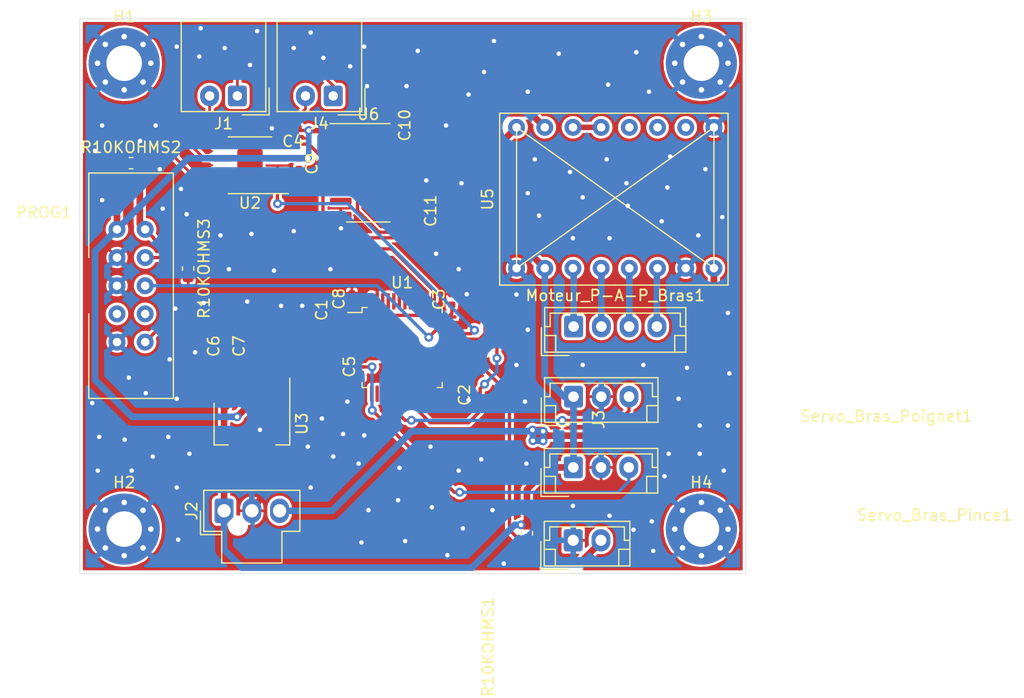
<source format=kicad_pcb>
(kicad_pcb (version 20171130) (host pcbnew "(5.1.6)-1")
  (layers (0 F.Cu signal) (31 B.Cu signal) (34 B.Paste user) (35 F.Paste user) (36 B.SilkS user) (37 F.SilkS user) (38 B.Mask user) (39 F.Mask user) (44 Edge.Cuts user))
  (net 0 "")
  (net 1 GND)
  (net 2 +3V3)
  (net 3 +5V)
  (net 4 +12V)
  (net 5 Fin_De_Course_Bras)
  (net 6 SWO)
  (net 7 NRST)
  (net 8 SWDIO)
  (net 9 SWCLK)
  (net 10 M1B_Bras)
  (net 11 M1A_Bras)
  (net 12 M2A_Bras)
  (net 13 M2B_Bras)
  (net 14 PWM_Pince_Bras)
  (net 15 PWM_Poignet_Bras)
  (net 16 "Net-(U1-Pad46)")
  (net 17 "Net-(U1-Pad45)")
  (net 18 "Net-(U1-Pad44)")
  (net 19 "Net-(U1-Pad43)")
  (net 20 "Net-(U1-Pad42)")
  (net 21 "Net-(U1-Pad41)")
  (net 22 "Net-(U1-Pad40)")
  (net 23 "Net-(U1-Pad39)")
  (net 24 CAN_TX)
  (net 25 CAN_RX)
  (net 26 "Net-(U1-Pad31)")
  (net 27 "Net-(U1-Pad30)")
  (net 28 STEP_Moteur_P-A-P_Bras)
  (net 29 "Net-(U1-Pad28)")
  (net 30 "Net-(U1-Pad26)")
  (net 31 "Net-(U1-Pad25)")
  (net 32 "Net-(U1-Pad22)")
  (net 33 "Net-(U1-Pad21)")
  (net 34 DIR_Moteur_P-A-P_Bras)
  (net 35 "Net-(U1-Pad19)")
  (net 36 "Net-(U1-Pad18)")
  (net 37 "Net-(U1-Pad17)")
  (net 38 "Net-(U1-Pad15)")
  (net 39 "Net-(U1-Pad14)")
  (net 40 "Net-(U1-Pad11)")
  (net 41 "Net-(U1-Pad6)")
  (net 42 "Net-(U1-Pad5)")
  (net 43 "Net-(U1-Pad4)")
  (net 44 "Net-(U1-Pad3)")
  (net 45 "Net-(U1-Pad2)")
  (net 46 "Net-(U2-Pad8)")
  (net 47 "Net-(U2-Pad5)")
  (net 48 H2)
  (net 49 CLK)
  (net 50 "Net-(U5-Pad13)")
  (net 51 "Net-(U5-Pad14)")
  (net 52 "Net-(U5-Pad15)")
  (net 53 H6)
  (net 54 "Net-(U6-Pad11)")
  (net 55 "Net-(U6-Pad10)")
  (net 56 "Net-(U6-Pad9)")
  (net 57 "Net-(U6-Pad6)")
  (net 58 "Net-(U6-Pad5)")
  (net 59 "Net-(U6-Pad4)")
  (net 60 "Net-(PROG1-Pad8)")
  (net 61 "Net-(PROG1-Pad7)")
  (net 62 "Net-(C1-Pad1)")
  (net 63 "Net-(U1-Pad13)")
  (net 64 "Net-(U1-Pad12)")
  (net 65 CAN_H)
  (net 66 CAN_L)
  (module Empreintes:TMC2208 (layer F.Cu) (at 69.35 107.48 90)
    (fp_text reference U5 (at 6.218 -2.616 90) (layer F.SilkS))
    (fp_text value TMC2208)
    (pad 1 thru_hole circle (at 0 0 90) (size 1.524 1.524) (drill 0.762) (layers *.Cu *.Mask) (net 1 GND))
    (pad 2 thru_hole circle (at 0 2.54 90) (size 1.524 1.524) (drill 0.762) (layers *.Cu *.Mask) (net 3 +5V))
    (pad 3 thru_hole circle (at 0 5.08 90) (size 1.524 1.524) (drill 0.762) (layers *.Cu *.Mask) (net 13 M2B_Bras))
    (pad 4 thru_hole circle (at 0 7.62 90) (size 1.524 1.524) (drill 0.762) (layers *.Cu *.Mask) (net 12 M2A_Bras))
    (pad 5 thru_hole circle (at 0 10.16 90) (size 1.524 1.524) (drill 0.762) (layers *.Cu *.Mask) (net 11 M1A_Bras))
    (pad 6 thru_hole circle (at 0 12.7 90) (size 1.524 1.524) (drill 0.762) (layers *.Cu *.Mask) (net 10 M1B_Bras))
    (pad 7 thru_hole circle (at 0 15.24 90) (size 1.524 1.524) (drill 0.762) (layers *.Cu *.Mask) (net 1 GND))
    (pad 8 thru_hole circle (at 0 17.78 90) (size 1.524 1.524) (drill 0.762) (layers *.Cu *.Mask) (net 4 +12V))
    (pad 9 thru_hole circle (at 12.7 2.54 90) (size 1.524 1.524) (drill 0.762) (layers *.Cu *.Mask) (net 48 H2))
    (pad 11 thru_hole circle (at 12.7 5.08 90) (size 1.524 1.524) (drill 0.762) (layers *.Cu *.Mask) (net 49 CLK))
    (pad 12 thru_hole circle (at 12.7 7.62 90) (size 1.524 1.524) (drill 0.762) (layers *.Cu *.Mask) (net 49 CLK))
    (pad 13 thru_hole circle (at 12.7 10.16 90) (size 1.524 1.524) (drill 0.762) (layers *.Cu *.Mask) (net 50 "Net-(U5-Pad13)"))
    (pad 14 thru_hole circle (at 12.7 12.7 90) (size 1.524 1.524) (drill 0.762) (layers *.Cu *.Mask) (net 51 "Net-(U5-Pad14)"))
    (pad 15 thru_hole circle (at 12.7 15.24 90) (size 1.524 1.524) (drill 0.762) (layers *.Cu *.Mask) (net 52 "Net-(U5-Pad15)"))
    (pad 16 thru_hole circle (at 12.7 17.78 90) (size 1.524 1.524) (drill 0.762) (layers *.Cu *.Mask) (net 1 GND))
    (pad 10 thru_hole circle (at 12.7 0 90) (size 1.524 1.524) (drill 0.762) (layers *.Cu *.Mask) (net 53 H6))
  )
  (module Connector_Molex:Molex_SPOX_5268-02A_1x02_P2.50mm_Horizontal (layer F.Cu) (at 44.196 91.948 180)
    (fp_text reference J1 (at 1.25 -2.5) (layer F.SilkS))
    (fp_text value Bus_CAN)
    (pad 2 thru_hole oval (at 2.5 0 180) (size 1.7 1.85) (drill 0.85) (layers *.Cu *.Mask) (net 66 CAN_L))
    (pad 1 thru_hole roundrect (at 0 0 180) (size 1.7 1.85) (drill 0.85) (layers *.Cu *.Mask) (roundrect_rratio 0.147059) (net 65 CAN_H))
  )
  (module Connector_Molex:Molex_SPOX_5268-02A_1x02_P2.50mm_Horizontal (layer F.Cu) (at 52.832 91.948 180)
    (fp_text reference J4 (at 1.25 -2.5) (layer F.SilkS))
    (fp_text value Bus_CAN)
    (pad 2 thru_hole oval (at 2.5 0 180) (size 1.7 1.85) (drill 0.85) (layers *.Cu *.Mask) (net 66 CAN_L))
    (pad 1 thru_hole roundrect (at 0 0 180) (size 1.7 1.85) (drill 0.85) (layers *.Cu *.Mask) (roundrect_rratio 0.147059) (net 65 CAN_H))
  )
  (module Resistor_SMD:R_0603_1608Metric (layer F.Cu) (at 39.76 107.51 270)
    (fp_text reference R10KOHMS3 (at 0 -1.43 90) (layer F.SilkS))
    (fp_text value R_Small)
    (pad 2 smd roundrect (at 0.7875 0 270) (size 0.875 0.95) (layers F.Cu F.Paste F.Mask) (net 1 GND))
    (pad 1 smd roundrect (at -0.7875 0 270) (size 0.875 0.95) (layers F.Cu F.Paste F.Mask) (net 9 SWCLK))
  )
  (module Resistor_SMD:R_0603_1608Metric (layer F.Cu) (at 34.62 98.01)
    (fp_text reference R10KOHMS2 (at 0 -1.43) (layer F.SilkS))
    (fp_text value R_Small)
    (pad 2 smd roundrect (at 0.7875 0) (size 0.875 0.95) (layers F.Cu F.Paste F.Mask) (net 8 SWDIO))
    (pad 1 smd roundrect (at -0.7875 0) (size 0.875 0.95) (layers F.Cu F.Paste F.Mask) (net 2 +3V3))
  )
  (module Connector_JST:JST_EH_B3B-EH-A_1x03_P2.50mm_Vertical (layer F.Cu) (at 74.48 119.06)
    (fp_text reference Servo_Bras_Poignet1 (at 28.18 1.76) (layer F.SilkS))
    (fp_text value Conn_01x03_Female)
    (pad 3 thru_hole oval (at 5 0) (size 1.7 1.95) (drill 0.95) (layers *.Cu *.Mask) (net 15 PWM_Poignet_Bras))
    (pad 2 thru_hole oval (at 2.5 0) (size 1.7 1.95) (drill 0.95) (layers *.Cu *.Mask) (net 1 GND))
    (pad 1 thru_hole roundrect (at 0 0) (size 1.7 1.95) (drill 0.95) (layers *.Cu *.Mask) (roundrect_rratio 0.147059) (net 3 +5V))
  )
  (module Connector_JST:JST_EH_B3B-EH-A_1x03_P2.50mm_Vertical (layer F.Cu) (at 74.46 125.44)
    (fp_text reference Servo_Bras_Pince1 (at 32.55 4.3) (layer F.SilkS))
    (fp_text value Conn_01x03_Female)
    (pad 3 thru_hole oval (at 5 0) (size 1.7 1.95) (drill 0.95) (layers *.Cu *.Mask) (net 14 PWM_Pince_Bras))
    (pad 2 thru_hole oval (at 2.5 0) (size 1.7 1.95) (drill 0.95) (layers *.Cu *.Mask) (net 1 GND))
    (pad 1 thru_hole roundrect (at 0 0) (size 1.7 1.95) (drill 0.95) (layers *.Cu *.Mask) (roundrect_rratio 0.147059) (net 3 +5V))
  )
  (module Connector_JST:JST_EH_B4B-EH-A_1x04_P2.50mm_Vertical (layer F.Cu) (at 74.49 112.74)
    (fp_text reference Moteur_P-A-P_Bras1 (at 3.75 -2.8) (layer F.SilkS))
    (fp_text value Conn_01x04_Female)
    (pad 4 thru_hole oval (at 7.5 0) (size 1.7 1.95) (drill 0.95) (layers *.Cu *.Mask) (net 10 M1B_Bras))
    (pad 3 thru_hole oval (at 5 0) (size 1.7 1.95) (drill 0.95) (layers *.Cu *.Mask) (net 11 M1A_Bras))
    (pad 2 thru_hole oval (at 2.5 0) (size 1.7 1.95) (drill 0.95) (layers *.Cu *.Mask) (net 12 M2A_Bras))
    (pad 1 thru_hole roundrect (at 0 0) (size 1.7 1.95) (drill 0.95) (layers *.Cu *.Mask) (roundrect_rratio 0.147059) (net 13 M2B_Bras))
  )
  (module Connector_Molex:Molex_Nano-Fit_105309-xx03_1x03_P2.50mm_Vertical (layer F.Cu) (at 43 129.35 90)
    (fp_text reference J2 (at 0 -2.92 90) (layer F.SilkS))
    (fp_text value Conn_Alim)
    (pad "" np_thru_hole circle (at -1.34 1.25 90) (size 1.3 1.3) (drill 1.3) (layers *.Cu *.Mask))
    (pad 3 thru_hole oval (at 0 5 90) (size 2.2 1.7) (drill 1.2) (layers *.Cu *.Mask) (net 4 +12V))
    (pad 2 thru_hole oval (at 0 2.5 90) (size 2.2 1.7) (drill 1.2) (layers *.Cu *.Mask) (net 1 GND))
    (pad 1 thru_hole custom (at 0 0 90) (size 1.417157 1.417157) (drill 1.2) (layers *.Cu *.Mask) (net 3 +5V) (options (clearance outline) (anchor circle)) (primitives (gr_poly (pts (xy -0.85 -0.6) (xy 0.85 -0.6) (xy 0.85 0.6) (xy -0.45 0.6) (xy -0.85 0.2)) (width 0.5))))
  )
  (module Resistor_SMD:R_0603_1608Metric (layer F.Cu) (at 70.28 131.39 90)
    (fp_text reference R10KOHMS1 (at -10.22 -3.5 90) (layer F.SilkS))
    (fp_text value R_Small)
    (pad 2 smd roundrect (at 0.7875 0 90) (size 0.875 0.95) (layers F.Cu F.Paste F.Mask) (net 3 +5V))
    (pad 1 smd roundrect (at -0.7875 0 90) (size 0.875 0.95) (layers F.Cu F.Paste F.Mask) (net 5 Fin_De_Course_Bras))
  )
  (module Capacitor_SMD:C_0402_1005Metric (layer F.Cu) (at 60.44 102.305 270)
    (fp_text reference C11 (at 0 -1.17 90) (layer F.SilkS))
    (fp_text value "10 nF")
    (pad 2 smd roundrect (at 0.485 0 270) (size 0.59 0.64) (layers F.Cu F.Paste F.Mask) (net 3 +5V))
    (pad 1 smd roundrect (at -0.485 0 270) (size 0.59 0.64) (layers F.Cu F.Paste F.Mask) (net 1 GND))
  )
  (module Capacitor_SMD:C_0402_1005Metric (layer F.Cu) (at 60.44 94.59 90)
    (fp_text reference C10 (at 0 -1.17 90) (layer F.SilkS))
    (fp_text value "10 nF")
    (pad 2 smd roundrect (at 0.485 0 90) (size 0.59 0.64) (layers F.Cu F.Paste F.Mask) (net 1 GND))
    (pad 1 smd roundrect (at -0.485 0 90) (size 0.59 0.64) (layers F.Cu F.Paste F.Mask) (net 3 +5V))
  )
  (module Capacitor_SMD:C_0402_1005Metric (layer F.Cu) (at 49.74 98.06 270)
    (fp_text reference C9 (at 0 -1.17 90) (layer F.SilkS))
    (fp_text value "10 nF")
    (pad 2 smd roundrect (at 0.485 0 270) (size 0.59 0.64) (layers F.Cu F.Paste F.Mask) (net 1 GND))
    (pad 1 smd roundrect (at -0.485 0 270) (size 0.59 0.64) (layers F.Cu F.Paste F.Mask) (net 2 +3V3))
  )
  (module Capacitor_SMD:C_0402_1005Metric (layer F.Cu) (at 54.51 110.24 90)
    (fp_text reference C8 (at 0 -1.17 90) (layer F.SilkS))
    (fp_text value "10 nF")
    (pad 2 smd roundrect (at 0.485 0 90) (size 0.59 0.64) (layers F.Cu F.Paste F.Mask) (net 1 GND))
    (pad 1 smd roundrect (at -0.485 0 90) (size 0.59 0.64) (layers F.Cu F.Paste F.Mask) (net 2 +3V3))
  )
  (module Capacitor_SMD:C_0402_1005Metric (layer F.Cu) (at 45.51 114.5 90)
    (fp_text reference C7 (at 0 -1.17 90) (layer F.SilkS))
    (fp_text value 22µF)
    (pad 2 smd roundrect (at 0.485 0 90) (size 0.59 0.64) (layers F.Cu F.Paste F.Mask) (net 1 GND))
    (pad 1 smd roundrect (at -0.485 0 90) (size 0.59 0.64) (layers F.Cu F.Paste F.Mask) (net 2 +3V3))
  )
  (module Capacitor_SMD:C_0402_1005Metric (layer F.Cu) (at 43.23 114.51 90)
    (fp_text reference C6 (at 0 -1.17 90) (layer F.SilkS))
    (fp_text value 22µF)
    (pad 2 smd roundrect (at 0.485 0 90) (size 0.59 0.64) (layers F.Cu F.Paste F.Mask) (net 1 GND))
    (pad 1 smd roundrect (at -0.485 0 90) (size 0.59 0.64) (layers F.Cu F.Paste F.Mask) (net 3 +5V))
  )
  (module Capacitor_SMD:C_0402_1005Metric (layer F.Cu) (at 53.11 116.36 270)
    (fp_text reference C5 (at 0 -1.17 90) (layer F.SilkS))
    (fp_text value "10 nF")
    (pad 2 smd roundrect (at 0.485 0 270) (size 0.59 0.64) (layers F.Cu F.Paste F.Mask) (net 1 GND))
    (pad 1 smd roundrect (at -0.485 0 270) (size 0.59 0.64) (layers F.Cu F.Paste F.Mask) (net 2 +3V3))
  )
  (module Capacitor_SMD:C_0402_1005Metric (layer F.Cu) (at 49.2125 94.869 180)
    (fp_text reference C4 (at 0 -1.17) (layer F.SilkS))
    (fp_text value "10 nF")
    (pad 2 smd roundrect (at 0.485 0 180) (size 0.59 0.64) (layers F.Cu F.Paste F.Mask) (net 1 GND))
    (pad 1 smd roundrect (at -0.485 0 180) (size 0.59 0.64) (layers F.Cu F.Paste F.Mask) (net 2 +3V3))
  )
  (module Capacitor_SMD:C_0402_1005Metric (layer F.Cu) (at 63.52 110.29 90)
    (fp_text reference C3 (at 0 -1.17 90) (layer F.SilkS))
    (fp_text value "10 nF")
    (pad 2 smd roundrect (at 0.485 0 90) (size 0.59 0.64) (layers F.Cu F.Paste F.Mask) (net 1 GND))
    (pad 1 smd roundrect (at -0.485 0 90) (size 0.59 0.64) (layers F.Cu F.Paste F.Mask) (net 2 +3V3))
  )
  (module Capacitor_SMD:C_0402_1005Metric (layer F.Cu) (at 63.48 118.91 270)
    (fp_text reference C2 (at 0 -1.17 90) (layer F.SilkS))
    (fp_text value "10 nF")
    (pad 2 smd roundrect (at 0.485 0 270) (size 0.59 0.64) (layers F.Cu F.Paste F.Mask) (net 1 GND))
    (pad 1 smd roundrect (at -0.485 0 270) (size 0.59 0.64) (layers F.Cu F.Paste F.Mask) (net 2 +3V3))
  )
  (module Capacitor_SMD:C_0402_1005Metric (layer F.Cu) (at 52.959 111.252 90)
    (fp_text reference C1 (at 0 -1.17 90) (layer F.SilkS))
    (fp_text value "10 nF")
    (pad 2 smd roundrect (at 0.485 0 90) (size 0.59 0.64) (layers F.Cu F.Paste F.Mask) (net 1 GND))
    (pad 1 smd roundrect (at -0.485 0 90) (size 0.59 0.64) (layers F.Cu F.Paste F.Mask) (net 62 "Net-(C1-Pad1)"))
  )
  (module MountingHole:MountingHole_3.2mm_M3_Pad_Via (layer F.Cu) (at 86 131)
    (fp_text reference H4 (at 0 -4.2) (layer F.SilkS))
    (fp_text value MountingHole_Pad)
    (pad 1 thru_hole circle (at 1.697056 -1.697056) (size 0.8 0.8) (drill 0.5) (layers *.Cu *.Mask) (net 1 GND))
    (pad 1 thru_hole circle (at 0 -2.4) (size 0.8 0.8) (drill 0.5) (layers *.Cu *.Mask) (net 1 GND))
    (pad 1 thru_hole circle (at -1.697056 -1.697056) (size 0.8 0.8) (drill 0.5) (layers *.Cu *.Mask) (net 1 GND))
    (pad 1 thru_hole circle (at -2.4 0) (size 0.8 0.8) (drill 0.5) (layers *.Cu *.Mask) (net 1 GND))
    (pad 1 thru_hole circle (at -1.697056 1.697056) (size 0.8 0.8) (drill 0.5) (layers *.Cu *.Mask) (net 1 GND))
    (pad 1 thru_hole circle (at 0 2.4) (size 0.8 0.8) (drill 0.5) (layers *.Cu *.Mask) (net 1 GND))
    (pad 1 thru_hole circle (at 1.697056 1.697056) (size 0.8 0.8) (drill 0.5) (layers *.Cu *.Mask) (net 1 GND))
    (pad 1 thru_hole circle (at 2.4 0) (size 0.8 0.8) (drill 0.5) (layers *.Cu *.Mask) (net 1 GND))
    (pad 1 thru_hole circle (at 0 0) (size 6.4 6.4) (drill 3.2) (layers *.Cu *.Mask) (net 1 GND))
  )
  (module MountingHole:MountingHole_3.2mm_M3_Pad_Via (layer F.Cu) (at 86 89)
    (fp_text reference H3 (at 0 -4.2) (layer F.SilkS))
    (fp_text value MountingHole_Pad)
    (pad 1 thru_hole circle (at 1.697056 -1.697056) (size 0.8 0.8) (drill 0.5) (layers *.Cu *.Mask) (net 1 GND))
    (pad 1 thru_hole circle (at 0 -2.4) (size 0.8 0.8) (drill 0.5) (layers *.Cu *.Mask) (net 1 GND))
    (pad 1 thru_hole circle (at -1.697056 -1.697056) (size 0.8 0.8) (drill 0.5) (layers *.Cu *.Mask) (net 1 GND))
    (pad 1 thru_hole circle (at -2.4 0) (size 0.8 0.8) (drill 0.5) (layers *.Cu *.Mask) (net 1 GND))
    (pad 1 thru_hole circle (at -1.697056 1.697056) (size 0.8 0.8) (drill 0.5) (layers *.Cu *.Mask) (net 1 GND))
    (pad 1 thru_hole circle (at 0 2.4) (size 0.8 0.8) (drill 0.5) (layers *.Cu *.Mask) (net 1 GND))
    (pad 1 thru_hole circle (at 1.697056 1.697056) (size 0.8 0.8) (drill 0.5) (layers *.Cu *.Mask) (net 1 GND))
    (pad 1 thru_hole circle (at 2.4 0) (size 0.8 0.8) (drill 0.5) (layers *.Cu *.Mask) (net 1 GND))
    (pad 1 thru_hole circle (at 0 0) (size 6.4 6.4) (drill 3.2) (layers *.Cu *.Mask) (net 1 GND))
  )
  (module Connecteurs:JTAG10 (layer F.Cu) (at 33.35 103.98)
    (fp_text reference PROG1 (at -6.604 -1.524) (layer F.SilkS))
    (fp_text value STM32_SW)
    (pad 10 thru_hole circle (at 2.54 10.16) (size 1.524 1.524) (drill 0.762) (layers *.Cu *.Mask) (net 7 NRST))
    (pad 9 thru_hole circle (at 0 10.16) (size 1.524 1.524) (drill 0.762) (layers *.Cu *.Mask) (net 1 GND))
    (pad 8 thru_hole circle (at 2.54 7.62) (size 1.524 1.524) (drill 0.762) (layers *.Cu *.Mask) (net 60 "Net-(PROG1-Pad8)"))
    (pad 7 thru_hole circle (at 0 7.62) (size 1.524 1.524) (drill 0.762) (layers *.Cu *.Mask) (net 61 "Net-(PROG1-Pad7)"))
    (pad 6 thru_hole circle (at 2.54 5.08) (size 1.524 1.524) (drill 0.762) (layers *.Cu *.Mask) (net 6 SWO))
    (pad 5 thru_hole circle (at 0 5.08) (size 1.524 1.524) (drill 0.762) (layers *.Cu *.Mask) (net 1 GND))
    (pad 4 thru_hole circle (at 2.54 2.54) (size 1.524 1.524) (drill 0.762) (layers *.Cu *.Mask) (net 9 SWCLK))
    (pad 3 thru_hole circle (at 0 2.54) (size 1.524 1.524) (drill 0.762) (layers *.Cu *.Mask) (net 1 GND))
    (pad 2 thru_hole circle (at 2.54 0) (size 1.524 1.524) (drill 0.762) (layers *.Cu *.Mask) (net 8 SWDIO))
    (pad 1 thru_hole circle (at 0 0) (size 1.524 1.524) (drill 0.762) (layers *.Cu *.Mask) (net 2 +3V3))
  )
  (module Package_SO:SOIC-14_3.9x8.7mm_P1.27mm (layer F.Cu) (at 55.99 98.88)
    (fp_text reference U6 (at 0 -5.28) (layer F.SilkS))
    (fp_text value TXB0104D)
    (pad 14 smd roundrect (at 2.475 -3.81) (size 1.95 0.6) (layers F.Cu F.Paste F.Mask) (net 3 +5V))
    (pad 13 smd roundrect (at 2.475 -2.54) (size 1.95 0.6) (layers F.Cu F.Paste F.Mask) (net 48 H2))
    (pad 12 smd roundrect (at 2.475 -1.27) (size 1.95 0.6) (layers F.Cu F.Paste F.Mask) (net 53 H6))
    (pad 11 smd roundrect (at 2.475 0) (size 1.95 0.6) (layers F.Cu F.Paste F.Mask) (net 54 "Net-(U6-Pad11)"))
    (pad 10 smd roundrect (at 2.475 1.27) (size 1.95 0.6) (layers F.Cu F.Paste F.Mask) (net 55 "Net-(U6-Pad10)"))
    (pad 9 smd roundrect (at 2.475 2.54) (size 1.95 0.6) (layers F.Cu F.Paste F.Mask) (net 56 "Net-(U6-Pad9)"))
    (pad 8 smd roundrect (at 2.475 3.81) (size 1.95 0.6) (layers F.Cu F.Paste F.Mask) (net 3 +5V))
    (pad 7 smd roundrect (at -2.475 3.81) (size 1.95 0.6) (layers F.Cu F.Paste F.Mask) (net 1 GND))
    (pad 6 smd roundrect (at -2.475 2.54) (size 1.95 0.6) (layers F.Cu F.Paste F.Mask) (net 57 "Net-(U6-Pad6)"))
    (pad 5 smd roundrect (at -2.475 1.27) (size 1.95 0.6) (layers F.Cu F.Paste F.Mask) (net 58 "Net-(U6-Pad5)"))
    (pad 4 smd roundrect (at -2.475 0) (size 1.95 0.6) (layers F.Cu F.Paste F.Mask) (net 59 "Net-(U6-Pad4)"))
    (pad 3 smd roundrect (at -2.475 -1.27) (size 1.95 0.6) (layers F.Cu F.Paste F.Mask) (net 28 STEP_Moteur_P-A-P_Bras))
    (pad 2 smd roundrect (at -2.475 -2.54) (size 1.95 0.6) (layers F.Cu F.Paste F.Mask) (net 34 DIR_Moteur_P-A-P_Bras))
    (pad 1 smd roundrect (at -2.475 -3.81) (size 1.95 0.6) (layers F.Cu F.Paste F.Mask) (net 2 +3V3))
  )
  (module Package_TO_SOT_SMD:SOT-223 (layer F.Cu) (at 45.51 121.5 270)
    (fp_text reference U3 (at 0 -4.5 90) (layer F.SilkS))
    (fp_text value AMS1117-3.3)
    (pad 4 smd rect (at 3.15 0 270) (size 2 3.8) (layers F.Cu F.Paste F.Mask))
    (pad 2 smd rect (at -3.15 0 270) (size 2 1.5) (layers F.Cu F.Paste F.Mask) (net 2 +3V3))
    (pad 3 smd rect (at -3.15 2.3 270) (size 2 1.5) (layers F.Cu F.Paste F.Mask) (net 3 +5V))
    (pad 1 smd rect (at -3.15 -2.3 270) (size 2 1.5) (layers F.Cu F.Paste F.Mask) (net 1 GND))
  )
  (module Package_SO:SOIC-8-1EP_3.9x4.9mm_P1.27mm_EP2.29x3mm (layer F.Cu) (at 45.33 98.2 180)
    (fp_text reference U2 (at 0 -3.4) (layer F.SilkS))
    (fp_text value TCAN337)
    (pad 9 smd roundrect (at 0 0 180) (size 2.29 3) (layers F.Cu F.Mask) (roundrect_rratio 0.10917))
    (pad 1 smd roundrect (at -2.475 -1.905 180) (size 1.95 0.6) (layers F.Cu F.Paste F.Mask) (net 24 CAN_TX))
    (pad 2 smd roundrect (at -2.475 -0.635 180) (size 1.95 0.6) (layers F.Cu F.Paste F.Mask) (net 1 GND))
    (pad 3 smd roundrect (at -2.475 0.635 180) (size 1.95 0.6) (layers F.Cu F.Paste F.Mask) (net 2 +3V3))
    (pad 4 smd roundrect (at -2.475 1.905 180) (size 1.95 0.6) (layers F.Cu F.Paste F.Mask) (net 25 CAN_RX))
    (pad 5 smd roundrect (at 2.475 1.905 180) (size 1.95 0.6) (layers F.Cu F.Paste F.Mask) (net 47 "Net-(U2-Pad5)"))
    (pad 6 smd roundrect (at 2.475 0.635 180) (size 1.95 0.6) (layers F.Cu F.Paste F.Mask) (net 66 CAN_L))
    (pad 7 smd roundrect (at 2.475 -0.635 180) (size 1.95 0.6) (layers F.Cu F.Paste F.Mask) (net 65 CAN_H))
    (pad 8 smd roundrect (at 2.475 -1.905 180) (size 1.95 0.6) (layers F.Cu F.Paste F.Mask) (net 46 "Net-(U2-Pad8)"))
  )
  (module Connector_JST:JST_EH_B2B-EH-A_1x02_P2.50mm_Vertical (layer F.Cu) (at 74.45 132.01)
    (fp_text reference J3 (at 2.3 -10.9 270) (layer F.SilkS))
    (fp_text value Conn_01x02_Female)
    (pad 2 thru_hole oval (at 2.5 0) (size 1.7 2) (drill 1) (layers *.Cu *.Mask) (net 5 Fin_De_Course_Bras))
    (pad 1 thru_hole roundrect (at 0 0) (size 1.7 2) (drill 1) (layers *.Cu *.Mask) (roundrect_rratio 0.147059) (net 1 GND))
  )
  (module Package_QFP:LQFP-48_7x7mm_P0.5mm (layer F.Cu) (at 59.04 114.63)
    (fp_text reference U1 (at 0 -5.85) (layer F.SilkS))
    (fp_text value STM32F103C8Tx)
    (pad 48 smd roundrect (at -2.75 -4.1625) (size 0.3 1.475) (layers F.Cu F.Paste F.Mask) (net 2 +3V3))
    (pad 47 smd roundrect (at -2.25 -4.1625) (size 0.3 1.475) (layers F.Cu F.Paste F.Mask) (net 1 GND))
    (pad 46 smd roundrect (at -1.75 -4.1625) (size 0.3 1.475) (layers F.Cu F.Paste F.Mask) (net 16 "Net-(U1-Pad46)"))
    (pad 45 smd roundrect (at -1.25 -4.1625) (size 0.3 1.475) (layers F.Cu F.Paste F.Mask) (net 17 "Net-(U1-Pad45)"))
    (pad 44 smd roundrect (at -0.75 -4.1625) (size 0.3 1.475) (layers F.Cu F.Paste F.Mask) (net 18 "Net-(U1-Pad44)"))
    (pad 43 smd roundrect (at -0.25 -4.1625) (size 0.3 1.475) (layers F.Cu F.Paste F.Mask) (net 19 "Net-(U1-Pad43)"))
    (pad 42 smd roundrect (at 0.25 -4.1625) (size 0.3 1.475) (layers F.Cu F.Paste F.Mask) (net 20 "Net-(U1-Pad42)"))
    (pad 41 smd roundrect (at 0.75 -4.1625) (size 0.3 1.475) (layers F.Cu F.Paste F.Mask) (net 21 "Net-(U1-Pad41)"))
    (pad 40 smd roundrect (at 1.25 -4.1625) (size 0.3 1.475) (layers F.Cu F.Paste F.Mask) (net 22 "Net-(U1-Pad40)"))
    (pad 39 smd roundrect (at 1.75 -4.1625) (size 0.3 1.475) (layers F.Cu F.Paste F.Mask) (net 23 "Net-(U1-Pad39)"))
    (pad 38 smd roundrect (at 2.25 -4.1625) (size 0.3 1.475) (layers F.Cu F.Paste F.Mask) (net 9 SWCLK))
    (pad 37 smd roundrect (at 2.75 -4.1625) (size 0.3 1.475) (layers F.Cu F.Paste F.Mask) (net 8 SWDIO))
    (pad 36 smd roundrect (at 4.1625 -2.75) (size 1.475 0.3) (layers F.Cu F.Paste F.Mask) (net 2 +3V3))
    (pad 35 smd roundrect (at 4.1625 -2.25) (size 1.475 0.3) (layers F.Cu F.Paste F.Mask) (net 1 GND))
    (pad 34 smd roundrect (at 4.1625 -1.75) (size 1.475 0.3) (layers F.Cu F.Paste F.Mask) (net 6 SWO))
    (pad 33 smd roundrect (at 4.1625 -1.25) (size 1.475 0.3) (layers F.Cu F.Paste F.Mask) (net 24 CAN_TX))
    (pad 32 smd roundrect (at 4.1625 -0.75) (size 1.475 0.3) (layers F.Cu F.Paste F.Mask) (net 25 CAN_RX))
    (pad 31 smd roundrect (at 4.1625 -0.25) (size 1.475 0.3) (layers F.Cu F.Paste F.Mask) (net 26 "Net-(U1-Pad31)"))
    (pad 30 smd roundrect (at 4.1625 0.25) (size 1.475 0.3) (layers F.Cu F.Paste F.Mask) (net 27 "Net-(U1-Pad30)"))
    (pad 29 smd roundrect (at 4.1625 0.75) (size 1.475 0.3) (layers F.Cu F.Paste F.Mask) (net 28 STEP_Moteur_P-A-P_Bras))
    (pad 28 smd roundrect (at 4.1625 1.25) (size 1.475 0.3) (layers F.Cu F.Paste F.Mask) (net 29 "Net-(U1-Pad28)"))
    (pad 27 smd roundrect (at 4.1625 1.75) (size 1.475 0.3) (layers F.Cu F.Paste F.Mask) (net 5 Fin_De_Course_Bras))
    (pad 26 smd roundrect (at 4.1625 2.25) (size 1.475 0.3) (layers F.Cu F.Paste F.Mask) (net 30 "Net-(U1-Pad26)"))
    (pad 25 smd roundrect (at 4.1625 2.75) (size 1.475 0.3) (layers F.Cu F.Paste F.Mask) (net 31 "Net-(U1-Pad25)"))
    (pad 24 smd roundrect (at 2.75 4.1625) (size 0.3 1.475) (layers F.Cu F.Paste F.Mask) (net 2 +3V3))
    (pad 23 smd roundrect (at 2.25 4.1625) (size 0.3 1.475) (layers F.Cu F.Paste F.Mask) (net 1 GND))
    (pad 22 smd roundrect (at 1.75 4.1625) (size 0.3 1.475) (layers F.Cu F.Paste F.Mask) (net 32 "Net-(U1-Pad22)"))
    (pad 21 smd roundrect (at 1.25 4.1625) (size 0.3 1.475) (layers F.Cu F.Paste F.Mask) (net 33 "Net-(U1-Pad21)"))
    (pad 20 smd roundrect (at 0.75 4.1625) (size 0.3 1.475) (layers F.Cu F.Paste F.Mask) (net 34 DIR_Moteur_P-A-P_Bras))
    (pad 19 smd roundrect (at 0.25 4.1625) (size 0.3 1.475) (layers F.Cu F.Paste F.Mask) (net 35 "Net-(U1-Pad19)"))
    (pad 18 smd roundrect (at -0.25 4.1625) (size 0.3 1.475) (layers F.Cu F.Paste F.Mask) (net 36 "Net-(U1-Pad18)"))
    (pad 17 smd roundrect (at -0.75 4.1625) (size 0.3 1.475) (layers F.Cu F.Paste F.Mask) (net 37 "Net-(U1-Pad17)"))
    (pad 16 smd roundrect (at -1.25 4.1625) (size 0.3 1.475) (layers F.Cu F.Paste F.Mask) (net 15 PWM_Poignet_Bras))
    (pad 15 smd roundrect (at -1.75 4.1625) (size 0.3 1.475) (layers F.Cu F.Paste F.Mask) (net 38 "Net-(U1-Pad15)"))
    (pad 14 smd roundrect (at -2.25 4.1625) (size 0.3 1.475) (layers F.Cu F.Paste F.Mask) (net 39 "Net-(U1-Pad14)"))
    (pad 13 smd roundrect (at -2.75 4.1625) (size 0.3 1.475) (layers F.Cu F.Paste F.Mask) (net 63 "Net-(U1-Pad13)"))
    (pad 12 smd roundrect (at -4.1625 2.75) (size 1.475 0.3) (layers F.Cu F.Paste F.Mask) (net 64 "Net-(U1-Pad12)"))
    (pad 11 smd roundrect (at -4.1625 2.25) (size 1.475 0.3) (layers F.Cu F.Paste F.Mask) (net 40 "Net-(U1-Pad11)"))
    (pad 10 smd roundrect (at -4.1625 1.75) (size 1.475 0.3) (layers F.Cu F.Paste F.Mask) (net 14 PWM_Pince_Bras))
    (pad 9 smd roundrect (at -4.1625 1.25) (size 1.475 0.3) (layers F.Cu F.Paste F.Mask) (net 2 +3V3))
    (pad 8 smd roundrect (at -4.1625 0.75) (size 1.475 0.3) (layers F.Cu F.Paste F.Mask) (net 1 GND))
    (pad 7 smd roundrect (at -4.1625 0.25) (size 1.475 0.3) (layers F.Cu F.Paste F.Mask) (net 7 NRST))
    (pad 6 smd roundrect (at -4.1625 -0.25) (size 1.475 0.3) (layers F.Cu F.Paste F.Mask) (net 41 "Net-(U1-Pad6)"))
    (pad 5 smd roundrect (at -4.1625 -0.75) (size 1.475 0.3) (layers F.Cu F.Paste F.Mask) (net 42 "Net-(U1-Pad5)"))
    (pad 4 smd roundrect (at -4.1625 -1.25) (size 1.475 0.3) (layers F.Cu F.Paste F.Mask) (net 43 "Net-(U1-Pad4)"))
    (pad 3 smd roundrect (at -4.1625 -1.75) (size 1.475 0.3) (layers F.Cu F.Paste F.Mask) (net 44 "Net-(U1-Pad3)"))
    (pad 2 smd roundrect (at -4.1625 -2.25) (size 1.475 0.3) (layers F.Cu F.Paste F.Mask) (net 45 "Net-(U1-Pad2)"))
    (pad 1 smd roundrect (at -4.1625 -2.75) (size 1.475 0.3) (layers F.Cu F.Paste F.Mask) (net 62 "Net-(C1-Pad1)"))
  )
  (module MountingHole:MountingHole_3.2mm_M3_Pad_Via (layer F.Cu) (at 34 89)
    (fp_text reference H1 (at 0 -4.2) (layer F.SilkS))
    (fp_text value MountingHole_Pad)
    (pad 1 thru_hole circle (at 1.697056 -1.697056) (size 0.8 0.8) (drill 0.5) (layers *.Cu *.Mask) (net 1 GND))
    (pad 1 thru_hole circle (at 0 -2.4) (size 0.8 0.8) (drill 0.5) (layers *.Cu *.Mask) (net 1 GND))
    (pad 1 thru_hole circle (at -1.697056 -1.697056) (size 0.8 0.8) (drill 0.5) (layers *.Cu *.Mask) (net 1 GND))
    (pad 1 thru_hole circle (at -2.4 0) (size 0.8 0.8) (drill 0.5) (layers *.Cu *.Mask) (net 1 GND))
    (pad 1 thru_hole circle (at -1.697056 1.697056) (size 0.8 0.8) (drill 0.5) (layers *.Cu *.Mask) (net 1 GND))
    (pad 1 thru_hole circle (at 0 2.4) (size 0.8 0.8) (drill 0.5) (layers *.Cu *.Mask) (net 1 GND))
    (pad 1 thru_hole circle (at 1.697056 1.697056) (size 0.8 0.8) (drill 0.5) (layers *.Cu *.Mask) (net 1 GND))
    (pad 1 thru_hole circle (at 2.4 0) (size 0.8 0.8) (drill 0.5) (layers *.Cu *.Mask) (net 1 GND))
    (pad 1 thru_hole circle (at 0 0) (size 6.4 6.4) (drill 3.2) (layers *.Cu *.Mask) (net 1 GND))
  )
  (module MountingHole:MountingHole_3.2mm_M3_Pad_Via (layer F.Cu) (at 34 131)
    (fp_text reference H2 (at 0 -4.2) (layer F.SilkS))
    (fp_text value MountingHole_Pad)
    (pad 1 thru_hole circle (at 1.697056 -1.697056) (size 0.8 0.8) (drill 0.5) (layers *.Cu *.Mask) (net 1 GND))
    (pad 1 thru_hole circle (at 0 -2.4) (size 0.8 0.8) (drill 0.5) (layers *.Cu *.Mask) (net 1 GND))
    (pad 1 thru_hole circle (at -1.697056 -1.697056) (size 0.8 0.8) (drill 0.5) (layers *.Cu *.Mask) (net 1 GND))
    (pad 1 thru_hole circle (at -2.4 0) (size 0.8 0.8) (drill 0.5) (layers *.Cu *.Mask) (net 1 GND))
    (pad 1 thru_hole circle (at -1.697056 1.697056) (size 0.8 0.8) (drill 0.5) (layers *.Cu *.Mask) (net 1 GND))
    (pad 1 thru_hole circle (at 0 2.4) (size 0.8 0.8) (drill 0.5) (layers *.Cu *.Mask) (net 1 GND))
    (pad 1 thru_hole circle (at 1.697056 1.697056) (size 0.8 0.8) (drill 0.5) (layers *.Cu *.Mask) (net 1 GND))
    (pad 1 thru_hole circle (at 2.4 0) (size 0.8 0.8) (drill 0.5) (layers *.Cu *.Mask) (net 1 GND))
    (pad 1 thru_hole circle (at 0 0) (size 6.4 6.4) (drill 3.2) (layers *.Cu *.Mask) (net 1 GND))
  )
  (gr_line (start 30 85) (end 30.05 85) (layer Edge.Cuts) (width 0.05))
  (gr_line (start 30 90) (end 30 85) (layer Edge.Cuts) (width 0.05))
  (gr_line (start 90 85) (end 30.05 85) (layer Edge.Cuts) (width 0.05))
  (gr_line (start 90 90) (end 90 85) (layer Edge.Cuts) (width 0.05))
  (gr_line (start 30 90) (end 30 135) (layer Edge.Cuts) (width 0.05))
  (gr_line (start 90 135) (end 90 90) (layer Edge.Cuts) (width 0.05))
  (gr_line (start 30 135) (end 90 135) (layer Edge.Cuts) (width 0.05))
  (segment (start 54.51 109.755) (end 54.19 109.755) (width 0.3) (layer F.Cu) (net 1))
  (segment (start 53.11 116.845) (end 53.095 116.845) (width 0.3) (layer F.Cu) (net 1))
  (segment (start 53.095 116.845) (end 53.09 116.84) (width 0.3) (layer F.Cu) (net 1))
  (segment (start 47.910001 126.689999) (end 45.5 129.1) (width 0.6) (layer F.Cu) (net 1))
  (segment (start 47.81 119.95) (end 47.910001 120.050001) (width 0.6) (layer F.Cu) (net 1))
  (segment (start 45.5 129.1) (end 45.5 129.35) (width 0.6) (layer F.Cu) (net 1))
  (segment (start 47.910001 120.050001) (end 47.910001 126.689999) (width 0.6) (layer F.Cu) (net 1))
  (segment (start 47.81 118.35) (end 47.81 119.95) (width 0.6) (layer F.Cu) (net 1))
  (segment (start 49.16 118.35) (end 47.81 118.35) (width 0.6) (layer F.Cu) (net 1))
  (segment (start 53.11 116.845) (end 50.665 116.845) (width 0.6) (layer F.Cu) (net 1))
  (segment (start 50.665 116.845) (end 49.16 118.35) (width 0.6) (layer F.Cu) (net 1))
  (segment (start 43.23 114.025) (end 45.5 114.025) (width 0.3) (layer F.Cu) (net 1))
  (segment (start 45.51 114.015) (end 45.5 114.025) (width 0.3) (layer F.Cu) (net 1))
  (segment (start 45.83 114.015) (end 45.51 114.015) (width 0.3) (layer F.Cu) (net 1))
  (segment (start 53.638586 115.38) (end 52.273586 114.015) (width 0.3) (layer F.Cu) (net 1))
  (segment (start 52.273586 114.015) (end 45.83 114.015) (width 0.3) (layer F.Cu) (net 1))
  (segment (start 54.8775 115.38) (end 53.638586 115.38) (width 0.3) (layer F.Cu) (net 1))
  (segment (start 61.29 118.7925) (end 61.29 120.12) (width 0.3) (layer F.Cu) (net 1))
  (segment (start 61.29 120.12) (end 61.48 120.31) (width 0.3) (layer F.Cu) (net 1))
  (segment (start 63.48 119.69) (end 63.48 119.395) (width 0.3) (layer F.Cu) (net 1))
  (segment (start 62.86 120.31) (end 63.48 119.69) (width 0.3) (layer F.Cu) (net 1))
  (segment (start 61.48 120.31) (end 62.86 120.31) (width 0.3) (layer F.Cu) (net 1))
  (via (at 53.5305 103.886) (size 0.8) (drill 0.4) (layers F.Cu B.Cu) (net 1))
  (via (at 65.024 119.38) (size 0.8) (drill 0.4) (layers F.Cu B.Cu) (net 1))
  (segment (start 54.51 109.755) (end 54.83 109.755) (width 0.3) (layer F.Cu) (net 1))
  (segment (start 56.79 110.4675) (end 56.79 108.86) (width 0.3) (layer F.Cu) (net 1))
  (via (at 47.3075 94.869) (size 0.8) (drill 0.4) (layers F.Cu B.Cu) (net 1))
  (segment (start 63.2025 112.38) (end 64.531 112.38) (width 0.3) (layer F.Cu) (net 1))
  (segment (start 64.531 112.38) (end 65.2145 111.6965) (width 0.3) (layer F.Cu) (net 1))
  (segment (start 65.2145 111.6965) (end 65.2145 110.1725) (width 0.3) (layer F.Cu) (net 1))
  (segment (start 64.847 109.805) (end 63.52 109.805) (width 0.3) (layer F.Cu) (net 1))
  (segment (start 65.2145 110.1725) (end 64.86525 109.82325) (width 0.3) (layer F.Cu) (net 1))
  (segment (start 64.86525 109.82325) (end 64.847 109.805) (width 0.3) (layer F.Cu) (net 1))
  (via (at 64.86525 109.82325) (size 0.8) (drill 0.4) (layers F.Cu B.Cu) (net 1))
  (via (at 64.516 130.937) (size 0.8) (drill 0.4) (layers F.Cu B.Cu) (net 1))
  (via (at 55.372 132.207) (size 0.8) (drill 0.4) (layers F.Cu B.Cu) (net 1))
  (via (at 58.674 128.397) (size 0.8) (drill 0.4) (layers F.Cu B.Cu) (net 1))
  (via (at 66.167 124.714) (size 0.8) (drill 0.4) (layers F.Cu B.Cu) (net 1))
  (via (at 52.832 124.46) (size 0.8) (drill 0.4) (layers F.Cu B.Cu) (net 1))
  (via (at 51.816 121.031) (size 0.8) (drill 0.4) (layers F.Cu B.Cu) (net 1))
  (via (at 39.878 124.206) (size 0.8) (drill 0.4) (layers F.Cu B.Cu) (net 1))
  (via (at 38.862 131.953) (size 0.8) (drill 0.4) (layers F.Cu B.Cu) (net 1))
  (via (at 34.036 122.936) (size 0.8) (drill 0.4) (layers F.Cu B.Cu) (net 1))
  (via (at 31.623 125.73) (size 0.8) (drill 0.4) (layers F.Cu B.Cu) (net 1))
  (via (at 36.576 124.46) (size 0.8) (drill 0.4) (layers F.Cu B.Cu) (net 1))
  (via (at 38.735 119.253) (size 0.8) (drill 0.4) (layers F.Cu B.Cu) (net 1))
  (via (at 34.417 117.348) (size 0.8) (drill 0.4) (layers F.Cu B.Cu) (net 1))
  (via (at 40.386 115.062) (size 0.8) (drill 0.4) (layers F.Cu B.Cu) (net 1))
  (via (at 38.608 111.125) (size 0.8) (drill 0.4) (layers F.Cu B.Cu) (net 1))
  (via (at 45.085 110.49) (size 0.8) (drill 0.4) (layers F.Cu B.Cu) (net 1))
  (via (at 50.038 110.871) (size 0.8) (drill 0.4) (layers F.Cu B.Cu) (net 1))
  (via (at 47.498 107.696) (size 0.8) (drill 0.4) (layers F.Cu B.Cu) (net 1))
  (via (at 43.434 107.569) (size 0.8) (drill 0.4) (layers F.Cu B.Cu) (net 1))
  (via (at 52.578 107.569) (size 0.8) (drill 0.4) (layers F.Cu B.Cu) (net 1))
  (via (at 49.276 104.14) (size 0.8) (drill 0.4) (layers F.Cu B.Cu) (net 1))
  (via (at 45.466 104.394) (size 0.8) (drill 0.4) (layers F.Cu B.Cu) (net 1))
  (via (at 39.624 102.616) (size 0.8) (drill 0.4) (layers F.Cu B.Cu) (net 1))
  (via (at 62.103 106.172) (size 0.8) (drill 0.4) (layers F.Cu B.Cu) (net 1))
  (via (at 64.135 107.569) (size 0.8) (drill 0.4) (layers F.Cu B.Cu) (net 1))
  (via (at 69.342 109.855) (size 0.8) (drill 0.4) (layers F.Cu B.Cu) (net 1))
  (via (at 70.358 113.03) (size 0.8) (drill 0.4) (layers F.Cu B.Cu) (net 1))
  (via (at 69.342 116.205) (size 0.8) (drill 0.4) (layers F.Cu B.Cu) (net 1))
  (via (at 70.104 119.507) (size 0.8) (drill 0.4) (layers F.Cu B.Cu) (net 1))
  (via (at 75.311 116.205) (size 0.8) (drill 0.4) (layers F.Cu B.Cu) (net 1))
  (via (at 80.772 116.205) (size 0.8) (drill 0.4) (layers F.Cu B.Cu) (net 1))
  (via (at 84.709 116.459) (size 0.8) (drill 0.4) (layers F.Cu B.Cu) (net 1))
  (via (at 83.947 119.253) (size 0.8) (drill 0.4) (layers F.Cu B.Cu) (net 1))
  (via (at 74.422 104.775) (size 0.8) (drill 0.4) (layers F.Cu B.Cu) (net 1))
  (via (at 70.358 100.711) (size 0.8) (drill 0.4) (layers F.Cu B.Cu) (net 1))
  (via (at 79.248 99.822) (size 0.8) (drill 0.4) (layers F.Cu B.Cu) (net 1))
  (via (at 87.884 102.87) (size 0.8) (drill 0.4) (layers F.Cu B.Cu) (net 1))
  (via (at 86.36 98.552) (size 0.8) (drill 0.4) (layers F.Cu B.Cu) (net 1))
  (via (at 70.993 97.663) (size 0.8) (drill 0.4) (layers F.Cu B.Cu) (net 1))
  (via (at 64.389 99.822) (size 0.8) (drill 0.4) (layers F.Cu B.Cu) (net 1))
  (via (at 61.214 99.568) (size 0.8) (drill 0.4) (layers F.Cu B.Cu) (net 1))
  (via (at 62.992 94.615) (size 0.8) (drill 0.4) (layers F.Cu B.Cu) (net 1))
  (via (at 59.436 91.059) (size 0.8) (drill 0.4) (layers F.Cu B.Cu) (net 1))
  (via (at 60.452 87.884) (size 0.8) (drill 0.4) (layers F.Cu B.Cu) (net 1))
  (via (at 66.421 89.789) (size 0.8) (drill 0.4) (layers F.Cu B.Cu) (net 1))
  (via (at 70.358 91.567) (size 0.8) (drill 0.4) (layers F.Cu B.Cu) (net 1))
  (via (at 77.597 90.932) (size 0.8) (drill 0.4) (layers F.Cu B.Cu) (net 1))
  (via (at 73.152 88.138) (size 0.8) (drill 0.4) (layers F.Cu B.Cu) (net 1))
  (via (at 80.137 88.011) (size 0.8) (drill 0.4) (layers F.Cu B.Cu) (net 1))
  (via (at 81.28 91.567) (size 0.8) (drill 0.4) (layers F.Cu B.Cu) (net 1))
  (via (at 67.31 86.995) (size 0.8) (drill 0.4) (layers F.Cu B.Cu) (net 1))
  (via (at 55.626 87.503) (size 0.8) (drill 0.4) (layers F.Cu B.Cu) (net 1))
  (via (at 49.276 87.63) (size 0.8) (drill 0.4) (layers F.Cu B.Cu) (net 1))
  (via (at 43.053 87.63) (size 0.8) (drill 0.4) (layers F.Cu B.Cu) (net 1))
  (via (at 38.735 87.503) (size 0.8) (drill 0.4) (layers F.Cu B.Cu) (net 1))
  (via (at 36.83 94.615) (size 0.8) (drill 0.4) (layers F.Cu B.Cu) (net 1))
  (via (at 32.004 94.615) (size 0.8) (drill 0.4) (layers F.Cu B.Cu) (net 1))
  (via (at 32.004 101.346) (size 0.8) (drill 0.4) (layers F.Cu B.Cu) (net 1))
  (via (at 61.595 123.571) (size 0.8) (drill 0.4) (layers F.Cu B.Cu) (net 1))
  (via (at 81.661 132.969) (size 0.8) (drill 0.4) (layers F.Cu B.Cu) (net 1))
  (via (at 74.422 128.905) (size 0.8) (drill 0.4) (layers F.Cu B.Cu) (net 1))
  (via (at 82.677 126.238) (size 0.8) (drill 0.4) (layers F.Cu B.Cu) (net 1))
  (via (at 85.852 121.666) (size 0.8) (drill 0.4) (layers F.Cu B.Cu) (net 1))
  (via (at 88.011 125.73) (size 0.8) (drill 0.4) (layers F.Cu B.Cu) (net 1))
  (via (at 88.519 116.967) (size 0.8) (drill 0.4) (layers F.Cu B.Cu) (net 1))
  (via (at 88.392 111.506) (size 0.8) (drill 0.4) (layers F.Cu B.Cu) (net 1))
  (via (at 82.423 103.251) (size 0.8) (drill 0.4) (layers F.Cu B.Cu) (net 1))
  (via (at 74.168 98.806) (size 0.8) (drill 0.4) (layers F.Cu B.Cu) (net 1))
  (via (at 65.024 91.821) (size 0.8) (drill 0.4) (layers F.Cu B.Cu) (net 1))
  (via (at 55.88 91.059) (size 0.8) (drill 0.4) (layers F.Cu B.Cu) (net 1))
  (via (at 56.007 129.286) (size 0.8) (drill 0.4) (layers F.Cu B.Cu) (net 1))
  (via (at 55.626 122.555) (size 0.8) (drill 0.4) (layers F.Cu B.Cu) (net 1))
  (via (at 59.309 132.08) (size 0.8) (drill 0.4) (layers F.Cu B.Cu) (net 1))
  (via (at 61.722 129.032) (size 0.8) (drill 0.4) (layers F.Cu B.Cu) (net 1))
  (via (at 58.801 125.476) (size 0.8) (drill 0.4) (layers F.Cu B.Cu) (net 1))
  (via (at 77.724 104.775) (size 0.8) (drill 0.4) (layers F.Cu B.Cu) (net 1))
  (via (at 71.374 102.743) (size 0.8) (drill 0.4) (layers F.Cu B.Cu) (net 1))
  (via (at 75.311 101.092) (size 0.8) (drill 0.4) (layers F.Cu B.Cu) (net 1))
  (via (at 77.47 97.663) (size 0.8) (drill 0.4) (layers F.Cu B.Cu) (net 1))
  (via (at 83.185 97.409) (size 0.8) (drill 0.4) (layers F.Cu B.Cu) (net 1))
  (via (at 82.931 100.203) (size 0.8) (drill 0.4) (layers F.Cu B.Cu) (net 1))
  (via (at 79.375 101.854) (size 0.8) (drill 0.4) (layers F.Cu B.Cu) (net 1))
  (via (at 85.725 104.521) (size 0.8) (drill 0.4) (layers F.Cu B.Cu) (net 1))
  (via (at 88.392 121.666) (size 0.8) (drill 0.4) (layers F.Cu B.Cu) (net 1))
  (via (at 85.852 124.206) (size 0.8) (drill 0.4) (layers F.Cu B.Cu) (net 1))
  (via (at 83.058 124.206) (size 0.8) (drill 0.4) (layers F.Cu B.Cu) (net 1))
  (via (at 81.534 130.302) (size 0.8) (drill 0.4) (layers F.Cu B.Cu) (net 1))
  (via (at 77.724 129.794) (size 0.8) (drill 0.4) (layers F.Cu B.Cu) (net 1))
  (via (at 79.883 131.064) (size 0.8) (drill 0.4) (layers F.Cu B.Cu) (net 1))
  (via (at 68.199 134.112) (size 0.8) (drill 0.4) (layers F.Cu B.Cu) (net 1))
  (via (at 63.119 133.35) (size 0.8) (drill 0.4) (layers F.Cu B.Cu) (net 1))
  (via (at 67.183 129.286) (size 0.8) (drill 0.4) (layers F.Cu B.Cu) (net 1))
  (via (at 70.231 125.095) (size 0.8) (drill 0.4) (layers F.Cu B.Cu) (net 1))
  (via (at 64.135 125.73) (size 0.8) (drill 0.4) (layers F.Cu B.Cu) (net 1))
  (via (at 55.118 125.095) (size 0.8) (drill 0.4) (layers F.Cu B.Cu) (net 1))
  (via (at 50.8 127.254) (size 0.8) (drill 0.4) (layers F.Cu B.Cu) (net 1))
  (via (at 50.546 123.571) (size 0.8) (drill 0.4) (layers F.Cu B.Cu) (net 1))
  (via (at 53.721 122.428) (size 0.8) (drill 0.4) (layers F.Cu B.Cu) (net 1))
  (via (at 54.102 119.507) (size 0.8) (drill 0.4) (layers F.Cu B.Cu) (net 1))
  (via (at 46.228 122.047) (size 0.8) (drill 0.4) (layers F.Cu B.Cu) (net 1))
  (via (at 37.973 122.682) (size 0.8) (drill 0.4) (layers F.Cu B.Cu) (net 1))
  (via (at 38.735 127.254) (size 0.8) (drill 0.4) (layers F.Cu B.Cu) (net 1))
  (via (at 34.671 125.73) (size 0.8) (drill 0.4) (layers F.Cu B.Cu) (net 1))
  (via (at 31.75 122.682) (size 0.8) (drill 0.4) (layers F.Cu B.Cu) (net 1))
  (via (at 31.115 119.634) (size 0.8) (drill 0.4) (layers F.Cu B.Cu) (net 1))
  (via (at 35.941 118.745) (size 0.8) (drill 0.4) (layers F.Cu B.Cu) (net 1))
  (via (at 38.1 115.697) (size 0.8) (drill 0.4) (layers F.Cu B.Cu) (net 1))
  (via (at 41.148 110.617) (size 0.8) (drill 0.4) (layers F.Cu B.Cu) (net 1))
  (via (at 48.133 110.871) (size 0.8) (drill 0.4) (layers F.Cu B.Cu) (net 1))
  (via (at 42.672 104.521) (size 0.8) (drill 0.4) (layers F.Cu B.Cu) (net 1))
  (via (at 39.116 100.33) (size 0.8) (drill 0.4) (layers F.Cu B.Cu) (net 1))
  (via (at 37.465 102.108) (size 0.8) (drill 0.4) (layers F.Cu B.Cu) (net 1))
  (via (at 37.211 98.552) (size 0.8) (drill 0.4) (layers F.Cu B.Cu) (net 1))
  (via (at 35.433 96.012) (size 0.8) (drill 0.4) (layers F.Cu B.Cu) (net 1))
  (via (at 31.369 96.901) (size 0.8) (drill 0.4) (layers F.Cu B.Cu) (net 1))
  (via (at 40.767 88.392) (size 0.8) (drill 0.4) (layers F.Cu B.Cu) (net 1))
  (via (at 40.894 85.852) (size 0.8) (drill 0.4) (layers F.Cu B.Cu) (net 1))
  (via (at 45.974 86.106) (size 0.8) (drill 0.4) (layers F.Cu B.Cu) (net 1))
  (via (at 45.339 89.154) (size 0.8) (drill 0.4) (layers F.Cu B.Cu) (net 1))
  (via (at 51.943 88.519) (size 0.8) (drill 0.4) (layers F.Cu B.Cu) (net 1))
  (via (at 50.8 86.233) (size 0.8) (drill 0.4) (layers F.Cu B.Cu) (net 1))
  (via (at 54.356 89.281) (size 0.8) (drill 0.4) (layers F.Cu B.Cu) (net 1))
  (segment (start 45.51 114.985) (end 45.51 118.35) (width 0.6) (layer F.Cu) (net 2))
  (segment (start 53.115 115.88) (end 54.8775 115.88) (width 0.3) (layer F.Cu) (net 2))
  (segment (start 53.11 115.875) (end 53.115 115.88) (width 0.3) (layer F.Cu) (net 2))
  (segment (start 54.51 110.725) (end 55.49681 110.725) (width 0.6) (layer F.Cu) (net 2))
  (segment (start 61.79 118.055) (end 61.79 118.7925) (width 0.3) (layer F.Cu) (net 2))
  (segment (start 61.79 117.953942) (end 61.79 118.055) (width 0.3) (layer F.Cu) (net 2))
  (segment (start 59.466057 115.629999) (end 61.79 117.953942) (width 0.3) (layer F.Cu) (net 2))
  (segment (start 55.969999 115.629999) (end 59.466057 115.629999) (width 0.3) (layer F.Cu) (net 2))
  (segment (start 55.719998 115.88) (end 55.969999 115.629999) (width 0.3) (layer F.Cu) (net 2))
  (segment (start 54.8775 115.88) (end 55.719998 115.88) (width 0.3) (layer F.Cu) (net 2))
  (segment (start 55.8825 110.725) (end 55.49681 110.725) (width 0.3) (layer F.Cu) (net 2))
  (segment (start 56.14 110.4675) (end 55.8825 110.725) (width 0.3) (layer F.Cu) (net 2))
  (segment (start 56.29 110.4675) (end 56.14 110.4675) (width 0.3) (layer F.Cu) (net 2))
  (segment (start 45.51 118.35) (end 45.51 119.54) (width 0.6) (layer F.Cu) (net 2))
  (via (at 44.17 120.88) (size 0.8) (drill 0.4) (layers F.Cu B.Cu) (net 2))
  (segment (start 45.51 119.54) (end 44.17 120.88) (width 0.6) (layer F.Cu) (net 2))
  (segment (start 63.52 111.5625) (end 63.2025 111.88) (width 0.3) (layer F.Cu) (net 2))
  (segment (start 63.52 110.775) (end 63.52 111.5625) (width 0.3) (layer F.Cu) (net 2))
  (segment (start 57.4 114.199998) (end 55.719998 115.88) (width 0.3) (layer F.Cu) (net 2))
  (segment (start 57.4 112.62819) (end 57.4 114.199998) (width 0.3) (layer F.Cu) (net 2))
  (segment (start 56.50181 111.73) (end 57.4 112.62819) (width 0.3) (layer F.Cu) (net 2))
  (segment (start 63.2025 111.88) (end 63.0525 111.73) (width 0.3) (layer F.Cu) (net 2))
  (segment (start 63.0525 111.73) (end 56.50181 111.73) (width 0.3) (layer F.Cu) (net 2))
  (segment (start 56.29 111.51819) (end 56.50181 111.73) (width 0.3) (layer F.Cu) (net 2))
  (segment (start 56.29 110.4675) (end 56.29 111.51819) (width 0.3) (layer F.Cu) (net 2))
  (segment (start 47.735 115.875) (end 45.51 118.1) (width 0.5) (layer F.Cu) (net 2))
  (segment (start 45.51 118.1) (end 45.51 118.35) (width 0.5) (layer F.Cu) (net 2))
  (segment (start 53.11 115.875) (end 47.735 115.875) (width 0.5) (layer F.Cu) (net 2))
  (segment (start 53.51 95.075) (end 53.515 95.07) (width 0.6) (layer F.Cu) (net 2))
  (segment (start 51.68 95.075) (end 53.51 95.075) (width 0.6) (layer F.Cu) (net 2))
  (via (at 50.63 95.07) (size 0.8) (drill 0.4) (layers F.Cu B.Cu) (net 2))
  (segment (start 51.68 95.075) (end 50.635 95.075) (width 0.5) (layer F.Cu) (net 2))
  (segment (start 50.635 95.075) (end 50.63 95.07) (width 0.5) (layer F.Cu) (net 2))
  (segment (start 33.35 102.90237) (end 33.35 103.98) (width 0.6) (layer F.Cu) (net 2))
  (segment (start 33.395 98.01) (end 33.35 98.055) (width 0.6) (layer F.Cu) (net 2))
  (segment (start 33.35 98.055) (end 33.35 102.90237) (width 0.6) (layer F.Cu) (net 2))
  (segment (start 33.8325 98.01) (end 33.395 98.01) (width 0.6) (layer F.Cu) (net 2))
  (segment (start 31.38 105.95) (end 33.35 103.98) (width 0.6) (layer B.Cu) (net 2))
  (segment (start 31.38 117.5495) (end 31.38 105.95) (width 0.6) (layer B.Cu) (net 2))
  (segment (start 44.17 120.88) (end 34.7105 120.88) (width 0.6) (layer B.Cu) (net 2))
  (segment (start 34.7105 120.88) (end 31.38 117.5495) (width 0.6) (layer B.Cu) (net 2))
  (segment (start 61.79 118.7925) (end 62.595 118.7925) (width 0.3) (layer F.Cu) (net 2))
  (segment (start 62.9625 118.425) (end 63.48 118.425) (width 0.3) (layer F.Cu) (net 2))
  (segment (start 62.595 118.7925) (end 62.9625 118.425) (width 0.3) (layer F.Cu) (net 2))
  (segment (start 50.5995 97.575) (end 50.6095 97.565) (width 0.5) (layer F.Cu) (net 2))
  (segment (start 49.74 97.575) (end 50.5995 97.575) (width 0.5) (layer F.Cu) (net 2))
  (segment (start 33.35 103.98) (end 39.765 97.565) (width 0.6) (layer B.Cu) (net 2))
  (segment (start 50.63 97.5445) (end 50.6095 97.565) (width 0.5) (layer B.Cu) (net 2))
  (segment (start 50.63 95.07) (end 50.63 97.5445) (width 0.5) (layer B.Cu) (net 2))
  (segment (start 39.765 97.565) (end 50.6095 97.565) (width 0.6) (layer B.Cu) (net 2))
  (via (at 50.6095 97.565) (size 0.8) (drill 0.4) (layers F.Cu B.Cu) (net 2))
  (segment (start 47.815 97.575) (end 47.805 97.565) (width 0.3) (layer F.Cu) (net 2))
  (segment (start 49.74 97.575) (end 47.815 97.575) (width 0.3) (layer F.Cu) (net 2))
  (segment (start 50.6195 95.0595) (end 50.63 95.07) (width 0.3) (layer F.Cu) (net 2))
  (segment (start 49.6975 95.0595) (end 50.6195 95.0595) (width 0.3) (layer F.Cu) (net 2))
  (segment (start 43.23 118.33) (end 43.21 118.35) (width 0.6) (layer F.Cu) (net 3))
  (segment (start 43.23 114.995) (end 43.23 118.33) (width 0.6) (layer F.Cu) (net 3))
  (segment (start 73.63 119.06) (end 74.48 119.06) (width 0.6) (layer B.Cu) (net 3))
  (segment (start 71.89 117.32) (end 73.63 119.06) (width 0.6) (layer B.Cu) (net 3))
  (segment (start 71.89 107.48) (end 71.89 117.32) (width 0.6) (layer B.Cu) (net 3))
  (segment (start 74.48 125.42) (end 74.46 125.44) (width 0.6) (layer B.Cu) (net 3))
  (segment (start 74.48 119.06) (end 74.48 125.42) (width 0.6) (layer B.Cu) (net 3))
  (segment (start 74.46 125.44) (end 72.27 125.44) (width 0.6) (layer F.Cu) (net 3))
  (segment (start 70.28 127.43) (end 70.28 130.6025) (width 0.6) (layer F.Cu) (net 3))
  (segment (start 72.27 125.44) (end 70.28 127.43) (width 0.6) (layer F.Cu) (net 3))
  (via (at 69.75 130.62) (size 0.8) (drill 0.4) (layers F.Cu B.Cu) (net 3))
  (segment (start 70.28 130.6025) (end 69.7675 130.6025) (width 0.6) (layer F.Cu) (net 3))
  (segment (start 69.7675 130.6025) (end 69.75 130.62) (width 0.6) (layer F.Cu) (net 3))
  (segment (start 43 120.16) (end 43 128.25) (width 0.6) (layer F.Cu) (net 3))
  (segment (start 43.21 119.95) (end 43 120.16) (width 0.6) (layer F.Cu) (net 3))
  (segment (start 43 128.25) (end 43 129.35) (width 0.6) (layer F.Cu) (net 3))
  (segment (start 43.21 118.35) (end 43.21 119.95) (width 0.6) (layer F.Cu) (net 3))
  (segment (start 60.34 102.69) (end 60.44 102.79) (width 0.6) (layer F.Cu) (net 3))
  (segment (start 58.465 102.69) (end 60.34 102.69) (width 0.6) (layer F.Cu) (net 3))
  (segment (start 67.2 102.79) (end 60.44 102.79) (width 0.6) (layer F.Cu) (net 3))
  (segment (start 71.89 107.48) (end 67.2 102.79) (width 0.6) (layer F.Cu) (net 3))
  (segment (start 60.435 95.07) (end 60.44 95.075) (width 0.6) (layer F.Cu) (net 3))
  (segment (start 58.465 95.07) (end 60.435 95.07) (width 0.6) (layer F.Cu) (net 3))
  (segment (start 56.5 96.07) (end 56.5 101.7) (width 0.5) (layer F.Cu) (net 3))
  (segment (start 57.49 102.69) (end 58.465 102.69) (width 0.5) (layer F.Cu) (net 3))
  (segment (start 56.5 101.7) (end 57.49 102.69) (width 0.5) (layer F.Cu) (net 3))
  (segment (start 58.465 95.07) (end 57.5 95.07) (width 0.5) (layer F.Cu) (net 3))
  (segment (start 57.5 95.07) (end 56.5 96.07) (width 0.5) (layer F.Cu) (net 3))
  (segment (start 43 130.45) (end 43 129.35) (width 0.6) (layer B.Cu) (net 3))
  (segment (start 44.62249 134.47499) (end 43 132.8525) (width 0.6) (layer B.Cu) (net 3))
  (segment (start 43 132.8525) (end 43 130.45) (width 0.6) (layer B.Cu) (net 3))
  (segment (start 69.184315 130.62) (end 67.964314 131.840001) (width 0.6) (layer B.Cu) (net 3))
  (segment (start 67.964314 131.855686) (end 65.34501 134.47499) (width 0.6) (layer B.Cu) (net 3))
  (segment (start 69.75 130.62) (end 69.184315 130.62) (width 0.6) (layer B.Cu) (net 3))
  (segment (start 67.964314 131.840001) (end 67.964314 131.855686) (width 0.6) (layer B.Cu) (net 3))
  (segment (start 65.34501 134.47499) (end 44.62249 134.47499) (width 0.6) (layer B.Cu) (net 3))
  (via (at 71.74 122.18) (size 0.8) (drill 0.4) (layers F.Cu B.Cu) (net 4))
  (via (at 71.74 123.05) (size 0.8) (drill 0.4) (layers F.Cu B.Cu) (net 4))
  (via (at 70.82 123.03) (size 0.8) (drill 0.4) (layers F.Cu B.Cu) (net 4))
  (via (at 70.78 122.07) (size 0.8) (drill 0.4) (layers F.Cu B.Cu) (net 4))
  (segment (start 71.63 122.07) (end 71.74 122.18) (width 0.6) (layer F.Cu) (net 4))
  (segment (start 70.78 122.07) (end 71.63 122.07) (width 0.6) (layer F.Cu) (net 4))
  (segment (start 71.67 122.18) (end 70.82 123.03) (width 0.6) (layer F.Cu) (net 4))
  (segment (start 71.74 122.18) (end 71.67 122.18) (width 0.6) (layer F.Cu) (net 4))
  (segment (start 70.78 122.09) (end 71.74 123.05) (width 0.6) (layer F.Cu) (net 4))
  (segment (start 70.78 122.07) (end 70.78 122.09) (width 0.6) (layer F.Cu) (net 4))
  (segment (start 87.13 118.4) (end 87.13 108.55763) (width 0.6) (layer F.Cu) (net 4))
  (segment (start 82.950001 122.579999) (end 87.13 118.4) (width 0.6) (layer F.Cu) (net 4))
  (segment (start 87.13 108.55763) (end 87.13 107.48) (width 0.6) (layer F.Cu) (net 4))
  (segment (start 72.139999 122.579999) (end 82.950001 122.579999) (width 0.6) (layer F.Cu) (net 4))
  (segment (start 71.74 122.18) (end 72.139999 122.579999) (width 0.6) (layer F.Cu) (net 4))
  (segment (start 59.912002 122.18) (end 71.174315 122.18) (width 0.6) (layer B.Cu) (net 4))
  (segment (start 48 129.35) (end 52.742002 129.35) (width 0.6) (layer B.Cu) (net 4))
  (segment (start 71.174315 122.18) (end 71.74 122.18) (width 0.6) (layer B.Cu) (net 4))
  (segment (start 52.742002 129.35) (end 59.912002 122.18) (width 0.6) (layer B.Cu) (net 4))
  (segment (start 71.74 122.18) (end 71.74 123.05) (width 0.6) (layer B.Cu) (net 4))
  (segment (start 71.72 123.03) (end 71.74 123.05) (width 0.6) (layer B.Cu) (net 4))
  (segment (start 70.82 123.03) (end 71.72 123.03) (width 0.6) (layer B.Cu) (net 4))
  (segment (start 70.82 122.11) (end 70.78 122.07) (width 0.6) (layer B.Cu) (net 4))
  (segment (start 70.82 123.03) (end 70.82 122.11) (width 0.6) (layer B.Cu) (net 4))
  (segment (start 76.95 132.16) (end 76.95 132.01) (width 0.6) (layer F.Cu) (net 5))
  (segment (start 71.795 134.13) (end 74.98 134.13) (width 0.6) (layer F.Cu) (net 5))
  (segment (start 70.28 132.1775) (end 70.28 132.615) (width 0.6) (layer F.Cu) (net 5))
  (segment (start 74.98 134.13) (end 76.95 132.16) (width 0.6) (layer F.Cu) (net 5))
  (segment (start 70.28 132.615) (end 71.795 134.13) (width 0.6) (layer F.Cu) (net 5))
  (segment (start 63.2025 116.38) (end 66.230004 116.38) (width 0.3) (layer F.Cu) (net 5))
  (segment (start 68.71 118.859996) (end 68.71 131.0825) (width 0.3) (layer F.Cu) (net 5))
  (segment (start 68.71 131.0825) (end 69.805 132.1775) (width 0.3) (layer F.Cu) (net 5))
  (segment (start 66.230004 116.38) (end 68.71 118.859996) (width 0.3) (layer F.Cu) (net 5))
  (segment (start 69.805 132.1775) (end 70.28 132.1775) (width 0.3) (layer F.Cu) (net 5))
  (segment (start 62.27 112.88) (end 61.44 113.71) (width 0.3) (layer F.Cu) (net 6))
  (segment (start 56.79 109.06) (end 61.040001 113.310001) (width 0.3) (layer B.Cu) (net 6))
  (segment (start 61.040001 113.310001) (end 61.44 113.71) (width 0.3) (layer B.Cu) (net 6))
  (segment (start 63.2025 112.88) (end 62.27 112.88) (width 0.3) (layer F.Cu) (net 6))
  (via (at 61.44 113.71) (size 0.8) (drill 0.4) (layers F.Cu B.Cu) (net 6))
  (segment (start 35.89 109.06) (end 56.79 109.06) (width 0.3) (layer B.Cu) (net 6))
  (segment (start 36.651999 113.378001) (end 35.89 114.14) (width 0.3) (layer F.Cu) (net 7))
  (segment (start 37.05 112.98) (end 36.651999 113.378001) (width 0.3) (layer F.Cu) (net 7))
  (segment (start 54.8775 114.88) (end 53.845706 114.88) (width 0.3) (layer F.Cu) (net 7))
  (segment (start 51.945706 112.98) (end 37.05 112.98) (width 0.3) (layer F.Cu) (net 7))
  (segment (start 53.845706 114.88) (end 51.945706 112.98) (width 0.3) (layer F.Cu) (net 7))
  (segment (start 61.94 109.571822) (end 58.108178 105.74) (width 0.3) (layer F.Cu) (net 8))
  (segment (start 61.94 110.3175) (end 61.94 109.571822) (width 0.3) (layer F.Cu) (net 8))
  (segment (start 61.79 110.4675) (end 61.94 110.3175) (width 0.3) (layer F.Cu) (net 8))
  (segment (start 58.108178 105.74) (end 37.59 105.74) (width 0.3) (layer F.Cu) (net 8))
  (segment (start 36.651999 104.741999) (end 35.89 103.98) (width 0.3) (layer F.Cu) (net 8))
  (segment (start 37.59 105.74) (end 36.651999 104.801999) (width 0.3) (layer F.Cu) (net 8))
  (segment (start 36.651999 104.801999) (end 36.651999 104.741999) (width 0.3) (layer F.Cu) (net 8))
  (segment (start 35.4075 103.4975) (end 35.89 103.98) (width 0.6) (layer F.Cu) (net 8))
  (segment (start 35.4075 98.01) (end 35.4075 103.4975) (width 0.6) (layer F.Cu) (net 8))
  (segment (start 61.29001 109.628952) (end 61.29001 109.74) (width 0.3) (layer F.Cu) (net 9))
  (segment (start 58.181058 106.52) (end 61.29001 109.628952) (width 0.3) (layer F.Cu) (net 9))
  (segment (start 39.5575 106.52) (end 39.76 106.7225) (width 0.3) (layer F.Cu) (net 9))
  (segment (start 35.89 106.52) (end 39.5575 106.52) (width 0.3) (layer F.Cu) (net 9))
  (segment (start 40.4375 106.52) (end 58.181058 106.52) (width 0.3) (layer F.Cu) (net 9))
  (segment (start 40.235 106.7225) (end 40.4375 106.52) (width 0.3) (layer F.Cu) (net 9))
  (segment (start 39.76 106.7225) (end 40.235 106.7225) (width 0.3) (layer F.Cu) (net 9))
  (segment (start 81.99 107.54) (end 82.05 107.48) (width 0.6) (layer B.Cu) (net 10))
  (segment (start 81.99 112.74) (end 81.99 107.54) (width 0.6) (layer B.Cu) (net 10))
  (segment (start 79.51 112.72) (end 79.49 112.74) (width 0.6) (layer B.Cu) (net 11))
  (segment (start 79.51 107.48) (end 79.51 112.72) (width 0.6) (layer B.Cu) (net 11))
  (segment (start 76.99 107.5) (end 76.97 107.48) (width 0.6) (layer B.Cu) (net 12))
  (segment (start 76.99 112.74) (end 76.99 107.5) (width 0.6) (layer B.Cu) (net 12))
  (segment (start 74.49 107.54) (end 74.43 107.48) (width 0.6) (layer B.Cu) (net 13))
  (segment (start 74.49 112.74) (end 74.49 107.54) (width 0.6) (layer B.Cu) (net 13))
  (via (at 56.33 116.38) (size 0.8) (drill 0.4) (layers F.Cu B.Cu) (net 14))
  (segment (start 79.46 125.44) (end 79.46 125.565) (width 0.6) (layer B.Cu) (net 14))
  (segment (start 54.8775 116.38) (end 56.33 116.38) (width 0.3) (layer F.Cu) (net 14))
  (segment (start 56.33 116.38) (end 56.35 116.4) (width 0.3) (layer B.Cu) (net 14))
  (segment (start 56.33 116.38) (end 56.33 120.27) (width 0.3) (layer B.Cu) (net 14))
  (via (at 56.35 120.29) (size 0.8) (drill 0.4) (layers F.Cu B.Cu) (net 14))
  (segment (start 56.33 120.27) (end 56.35 120.29) (width 0.3) (layer B.Cu) (net 14))
  (via (at 64.229994 127.68) (size 0.8) (drill 0.4) (layers F.Cu B.Cu) (net 14))
  (segment (start 56.35 120.29) (end 63.74 127.68) (width 0.3) (layer F.Cu) (net 14))
  (segment (start 63.74 127.68) (end 64.229994 127.68) (width 0.3) (layer F.Cu) (net 14))
  (segment (start 78.495 127.68) (end 64.795679 127.68) (width 0.3) (layer B.Cu) (net 14))
  (segment (start 79.46 126.715) (end 78.495 127.68) (width 0.3) (layer B.Cu) (net 14))
  (segment (start 64.795679 127.68) (end 64.229994 127.68) (width 0.3) (layer B.Cu) (net 14))
  (segment (start 79.46 125.44) (end 79.46 126.715) (width 0.3) (layer B.Cu) (net 14))
  (via (at 73.46 121.2) (size 0.8) (drill 0.4) (layers F.Cu B.Cu) (net 15))
  (segment (start 78.615 121.2) (end 79.48 120.335) (width 0.3) (layer F.Cu) (net 15))
  (segment (start 79.48 120.335) (end 79.48 119.06) (width 0.3) (layer F.Cu) (net 15))
  (segment (start 73.46 121.2) (end 78.615 121.2) (width 0.3) (layer F.Cu) (net 15))
  (segment (start 57.79 119.675685) (end 59.304315 121.19) (width 0.3) (layer F.Cu) (net 15))
  (segment (start 73.46 121.2) (end 59.88 121.2) (width 0.3) (layer B.Cu) (net 15))
  (segment (start 57.79 118.7925) (end 57.79 119.675685) (width 0.3) (layer F.Cu) (net 15))
  (segment (start 59.304315 121.19) (end 59.87 121.19) (width 0.3) (layer F.Cu) (net 15))
  (via (at 59.87 121.19) (size 0.8) (drill 0.4) (layers F.Cu B.Cu) (net 15))
  (segment (start 59.88 121.2) (end 59.87 121.19) (width 0.3) (layer B.Cu) (net 15))
  (segment (start 63.2025 113.38) (end 65.25 113.38) (width 0.3) (layer F.Cu) (net 24))
  (via (at 65.56 113.07) (size 0.8) (drill 0.4) (layers F.Cu B.Cu) (net 24))
  (segment (start 65.25 113.38) (end 65.56 113.07) (width 0.3) (layer F.Cu) (net 24))
  (via (at 47.81548 101.6635) (size 0.8) (drill 0.4) (layers F.Cu B.Cu) (net 24))
  (segment (start 65.56 113.07) (end 54.1535 101.6635) (width 0.3) (layer B.Cu) (net 24))
  (segment (start 47.805 101.65302) (end 47.81548 101.6635) (width 0.3) (layer F.Cu) (net 24))
  (segment (start 54.1535 101.6635) (end 47.81548 101.6635) (width 0.3) (layer B.Cu) (net 24))
  (segment (start 47.805 100.105) (end 47.805 101.65302) (width 0.3) (layer F.Cu) (net 24))
  (segment (start 51.907978 104.739978) (end 59.479978 104.739978) (width 0.3) (layer F.Cu) (net 25))
  (segment (start 50.631466 96.295) (end 51.907978 97.571512) (width 0.3) (layer F.Cu) (net 25))
  (segment (start 47.805 96.295) (end 50.631466 96.295) (width 0.3) (layer F.Cu) (net 25))
  (segment (start 51.907978 97.571512) (end 51.907978 104.739978) (width 0.3) (layer F.Cu) (net 25))
  (segment (start 66.509978 113.380022) (end 66.509978 107.911978) (width 0.3) (layer F.Cu) (net 25))
  (segment (start 66.01 113.88) (end 66.509978 113.380022) (width 0.3) (layer F.Cu) (net 25))
  (segment (start 63.2025 113.88) (end 66.01 113.88) (width 0.3) (layer F.Cu) (net 25))
  (segment (start 66.509978 107.911978) (end 64.008 105.41) (width 0.3) (layer F.Cu) (net 25))
  (segment (start 63.337978 104.739978) (end 64.008 105.41) (width 0.3) (layer F.Cu) (net 25))
  (segment (start 59.479978 104.739978) (end 63.337978 104.739978) (width 0.3) (layer F.Cu) (net 25))
  (segment (start 63.545089 104.239967) (end 67.009989 107.704867) (width 0.3) (layer F.Cu) (net 28))
  (segment (start 54.49 97.61) (end 55.019997 98.139997) (width 0.3) (layer F.Cu) (net 28))
  (segment (start 53.515 97.61) (end 54.49 97.61) (width 0.3) (layer F.Cu) (net 28))
  (segment (start 55.019998 102.29712) (end 56.962845 104.239967) (width 0.3) (layer F.Cu) (net 28))
  (segment (start 55.019997 98.139997) (end 55.019998 102.29712) (width 0.3) (layer F.Cu) (net 28))
  (segment (start 56.962845 104.239967) (end 63.545089 104.239967) (width 0.3) (layer F.Cu) (net 28))
  (segment (start 67.009989 114.690011) (end 66.32 115.38) (width 0.3) (layer F.Cu) (net 28))
  (segment (start 63.94 115.38) (end 63.2025 115.38) (width 0.3) (layer F.Cu) (net 28))
  (segment (start 66.32 115.38) (end 63.94 115.38) (width 0.3) (layer F.Cu) (net 28))
  (segment (start 67.009989 107.704867) (end 67.009989 114.690011) (width 0.3) (layer F.Cu) (net 28))
  (via (at 67.579998 115.59) (size 0.8) (drill 0.4) (layers F.Cu B.Cu) (net 34))
  (via (at 66.47 117.93) (size 0.8) (drill 0.4) (layers F.Cu B.Cu) (net 34))
  (segment (start 67.579998 116.820002) (end 66.47 117.93) (width 0.3) (layer B.Cu) (net 34))
  (segment (start 67.579998 115.59) (end 67.579998 116.820002) (width 0.3) (layer B.Cu) (net 34))
  (segment (start 59.79 119.631058) (end 61.570942 121.412) (width 0.3) (layer F.Cu) (net 34))
  (segment (start 61.570942 121.412) (end 65.024 121.412) (width 0.3) (layer F.Cu) (net 34))
  (segment (start 66.070001 118.329999) (end 66.47 117.93) (width 0.3) (layer F.Cu) (net 34))
  (segment (start 65.024 121.412) (end 66.070001 120.365999) (width 0.3) (layer F.Cu) (net 34))
  (segment (start 59.79 118.7925) (end 59.79 119.631058) (width 0.3) (layer F.Cu) (net 34))
  (segment (start 66.070001 120.365999) (end 66.070001 118.329999) (width 0.3) (layer F.Cu) (net 34))
  (segment (start 54.49 96.34) (end 55.520008 97.370008) (width 0.3) (layer F.Cu) (net 34))
  (segment (start 55.520008 102.090008) (end 57.169956 103.739956) (width 0.3) (layer F.Cu) (net 34))
  (segment (start 53.515 96.34) (end 54.49 96.34) (width 0.3) (layer F.Cu) (net 34))
  (segment (start 63.7522 103.739956) (end 67.579998 107.567754) (width 0.3) (layer F.Cu) (net 34))
  (segment (start 55.520008 97.370008) (end 55.520008 102.090008) (width 0.3) (layer F.Cu) (net 34))
  (segment (start 67.579998 115.024315) (end 67.579998 115.59) (width 0.3) (layer F.Cu) (net 34))
  (segment (start 57.169956 103.739956) (end 63.7522 103.739956) (width 0.3) (layer F.Cu) (net 34))
  (segment (start 67.579998 107.567754) (end 67.579998 115.024315) (width 0.3) (layer F.Cu) (net 34))
  (segment (start 59.44 96.34) (end 58.465 96.34) (width 0.6) (layer F.Cu) (net 48))
  (segment (start 68.412001 93.517999) (end 65.59 96.34) (width 0.6) (layer F.Cu) (net 48))
  (segment (start 71.89 94.78) (end 70.627999 93.517999) (width 0.6) (layer F.Cu) (net 48))
  (segment (start 65.59 96.34) (end 59.44 96.34) (width 0.6) (layer F.Cu) (net 48))
  (segment (start 70.627999 93.517999) (end 68.412001 93.517999) (width 0.6) (layer F.Cu) (net 48))
  (segment (start 74.43 94.78) (end 76.97 94.78) (width 0.5) (layer F.Cu) (net 49))
  (segment (start 66.52 97.61) (end 58.465 97.61) (width 0.6) (layer F.Cu) (net 53))
  (segment (start 69.35 94.78) (end 66.52 97.61) (width 0.6) (layer F.Cu) (net 53))
  (segment (start 53.102 111.88) (end 52.959 111.737) (width 0.3) (layer F.Cu) (net 62))
  (segment (start 54.8775 111.88) (end 53.102 111.88) (width 0.3) (layer F.Cu) (net 62))
  (segment (start 52.832 91.023) (end 51.725 89.916) (width 0.25) (layer F.Cu) (net 65))
  (segment (start 52.832 91.948) (end 52.832 91.023) (width 0.25) (layer F.Cu) (net 65))
  (segment (start 40.132 89.916) (end 38.608 91.44) (width 0.25) (layer F.Cu) (net 65))
  (segment (start 38.608 91.44) (end 38.608 97.536) (width 0.25) (layer F.Cu) (net 65))
  (segment (start 39.907 98.835) (end 42.855 98.835) (width 0.25) (layer F.Cu) (net 65))
  (segment (start 38.608 97.536) (end 39.907 98.835) (width 0.25) (layer F.Cu) (net 65))
  (segment (start 44.196 89.916) (end 44.196 91.948) (width 0.25) (layer F.Cu) (net 65))
  (segment (start 51.725 89.916) (end 44.196 89.916) (width 0.25) (layer F.Cu) (net 65))
  (segment (start 44.196 89.916) (end 40.132 89.916) (width 0.25) (layer F.Cu) (net 65))
  (segment (start 50.332 93.123) (end 49.475 93.98) (width 0.25) (layer F.Cu) (net 66))
  (segment (start 50.332 91.948) (end 50.332 93.123) (width 0.25) (layer F.Cu) (net 66))
  (segment (start 49.475 93.98) (end 41.148 93.98) (width 0.25) (layer F.Cu) (net 66))
  (segment (start 41.148 93.98) (end 40.132 94.996) (width 0.25) (layer F.Cu) (net 66))
  (segment (start 40.132 94.996) (end 40.132 96.52) (width 0.25) (layer F.Cu) (net 66))
  (segment (start 41.177 97.565) (end 42.855 97.565) (width 0.25) (layer F.Cu) (net 66))
  (segment (start 40.132 96.52) (end 41.177 97.565) (width 0.25) (layer F.Cu) (net 66))
  (segment (start 41.696 93.432) (end 41.696 91.948) (width 0.25) (layer F.Cu) (net 66))
  (segment (start 41.148 93.98) (end 41.696 93.432) (width 0.25) (layer F.Cu) (net 66))
  (zone (net 1) (net_name GND) (layer B.Cu) (connect_pads (clearance 0.508)) (min_thickness 0.254) (fill yes (arc_segments 32) (thermal_gap 0.508) (thermal_bridge_width 0.508))
    (polygon (pts (xy 91.44 137.16) (xy 27.94 137.16) (xy 27.94 83.82) (xy 91.44 83.82)))
  )
  (zone (net 1) (net_name GND) (layer F.Cu) (connect_pads (clearance 0.254)) (min_thickness 0.2) (fill yes (arc_segments 32) (thermal_gap 0.2) (thermal_bridge_width 0.25))
    (polygon (pts (xy 91.44 137.16) (xy 27.94 137.16) (xy 27.94 83.82) (xy 91.44 83.82)))
  )
)
</source>
